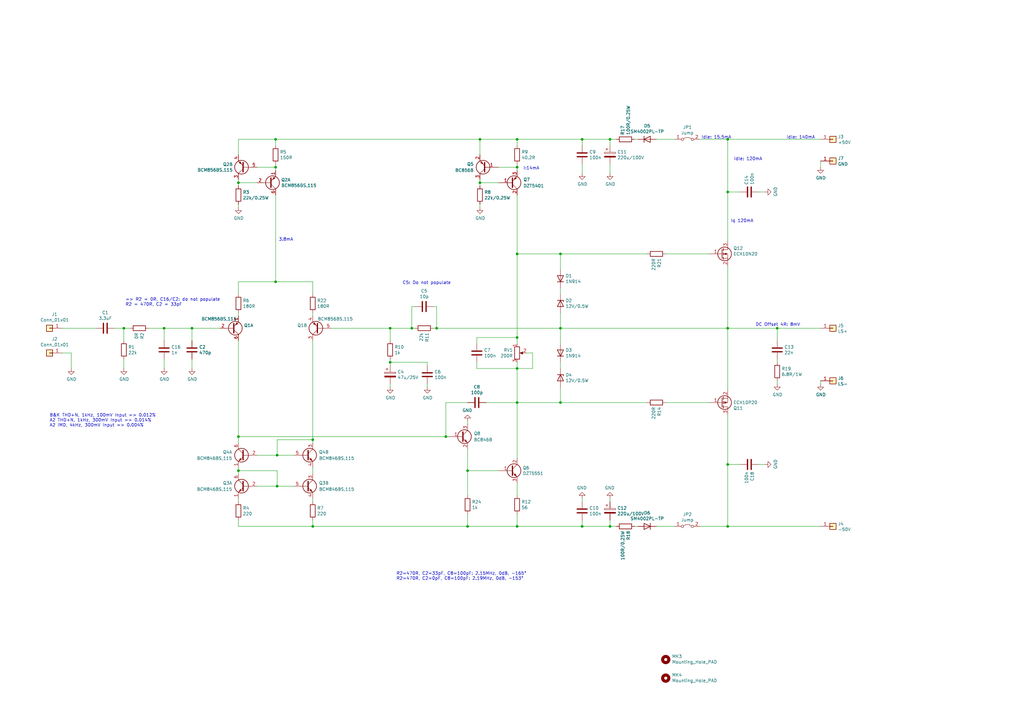
<source format=kicad_sch>
(kicad_sch (version 20211123) (generator eeschema)
  (paper "A3")
  (title_block (title "Lateral MOS FET 80W") (date "2022-12-11") (rev "v5a"))
  (lib_symbols
    (symbol "Connector_Generic:Conn_01x01" (pin_names (offset 1.016) hide)
      (property "Reference" "J" (at 0 2.54 0))
      (property "Value" "Conn_01x01" (at 0 -2.54 0))
      (symbol "Conn_01x01_1_1"
        (rectangle (start -1.27 0.127) (end 0 -0.127) (stroke (width 0.1524)))
        (rectangle (start -1.27 1.27) (end 1.27 -1.27) (stroke (width 0.254)) (fill (type background)))
        (pin passive line (at -5.08 0 0) (length 3.81) (name "Pin_1") (number "1"))
      )
    )
    (symbol "Device:C" (pin_numbers hide) (pin_names (offset 0.254))
      (property "Reference" "C" (at 0.635 2.54 0))
      (property "Value" "C" (at 0.635 -2.54 0))
      (symbol "C_0_1"
        (polyline (pts (xy -2.032 -0.762) (xy 2.032 -0.762)) (stroke (width 0.508)))
        (polyline (pts (xy -2.032 0.762) (xy 2.032 0.762)) (stroke (width 0.508)))
      )
      (symbol "C_1_1"
        (pin passive line (at 0 3.81 270) (length 2.794) (name "~") (number "1"))
        (pin passive line (at 0 -3.81 90) (length 2.794) (name "~") (number "2"))
      )
    )
    (symbol "Device:CP" (pin_numbers hide) (pin_names (offset 0.254))
      (property "Reference" "C" (at 0.635 2.54 0))
      (property "Value" "Device_CP" (at 0.635 -2.54 0))
      (symbol "CP_0_1"
        (rectangle (start -2.286 0.508) (end 2.286 1.016))
        (polyline (pts (xy -1.778 2.286) (xy -0.762 2.286)))
        (polyline (pts (xy -1.27 2.794) (xy -1.27 1.778)))
        (rectangle (start 2.286 -0.508) (end -2.286 -1.016) (fill (type outline)))
      )
      (symbol "CP_1_1"
        (pin passive line (at 0 3.81 270) (length 2.794) (name "~") (number "1"))
        (pin passive line (at 0 -3.81 90) (length 2.794) (name "~") (number "2"))
      )
    )
    (symbol "Device:R" (pin_numbers hide) (pin_names (offset 0))
      (property "Reference" "R" (at 2.032 0 90))
      (property "Value" "R" (at 0 0 90))
      (symbol "R_0_1"
        (rectangle (start -1.016 -2.54) (end 1.016 2.54) (stroke (width 0.254)))
      )
      (symbol "R_1_1"
        (pin passive line (at 0 3.81 270) (length 1.27) (name "~") (number "1"))
        (pin passive line (at 0 -3.81 90) (length 1.27) (name "~") (number "2"))
      )
    )
    (symbol "Device:R_POT" (pin_names (offset 1.016) hide)
      (property "Reference" "RV" (at -4.445 0 90))
      (property "Value" "Device_R_POT" (at -2.54 0 90))
      (symbol "R_POT_0_1"
        (polyline (pts (xy 2.54 0) (xy 1.524 0)))
        (polyline (pts (xy 1.143 0) (xy 2.286 0.508) (xy 2.286 -0.508) (xy 1.143 0)) (fill (type outline)))
        (rectangle (start 1.016 2.54) (end -1.016 -2.54) (stroke (width 0.254)))
      )
      (symbol "R_POT_1_1"
        (pin passive line (at 0 3.81 270) (length 1.27) (name "1") (number "1"))
        (pin passive line (at 3.81 0 180) (length 1.27) (name "2") (number "2"))
        (pin passive line (at 0 -3.81 90) (length 1.27) (name "3") (number "3"))
      )
    )
    (symbol "Diode:1N4002" (pin_numbers hide) (pin_names (offset 1.016) hide)
      (property "Reference" "D" (at 0 2.54 0))
      (property "Value" "1N4002" (at 0 -2.54 0))
      (symbol "1N4002_0_1"
        (polyline (pts (xy -1.27 1.27) (xy -1.27 -1.27)) (stroke (width 0.254)))
        (polyline (pts (xy 1.27 0) (xy -1.27 0)))
        (polyline (pts (xy 1.27 1.27) (xy 1.27 -1.27) (xy -1.27 0) (xy 1.27 1.27)) (stroke (width 0.254)))
      )
      (symbol "1N4002_1_1"
        (pin passive line (at -3.81 0 0) (length 2.54) (name "K") (number "1"))
        (pin passive line (at 3.81 0 180) (length 2.54) (name "A") (number "2"))
      )
    )
    (symbol "Diode:1N4148" (pin_numbers hide) (pin_names (offset 1.016) hide)
      (property "Reference" "D" (at 0 2.54 0))
      (property "Value" "1N4148" (at 0 -2.54 0))
      (symbol "1N4148_0_1"
        (polyline (pts (xy -1.27 1.27) (xy -1.27 -1.27)) (stroke (width 0.254)))
        (polyline (pts (xy 1.27 0) (xy -1.27 0)))
        (polyline (pts (xy 1.27 1.27) (xy 1.27 -1.27) (xy -1.27 0) (xy 1.27 1.27)) (stroke (width 0.254)))
      )
      (symbol "1N4148_1_1"
        (pin passive line (at -3.81 0 0) (length 2.54) (name "K") (number "1"))
        (pin passive line (at 3.81 0 180) (length 2.54) (name "A") (number "2"))
      )
    )
    (symbol "Diode:ZPDxx" (pin_numbers hide) (pin_names (offset 1.016) hide)
      (property "Reference" "D" (at 0 2.54 0))
      (property "Value" "ZPDxx" (at 0 -2.54 0))
      (symbol "ZPDxx_0_1"
        (polyline (pts (xy 1.27 0) (xy -1.27 0)))
        (polyline (pts (xy -1.27 -1.27) (xy -1.27 1.27) (xy -0.762 1.27)) (stroke (width 0.254)))
        (polyline (pts (xy 1.27 -1.27) (xy 1.27 1.27) (xy -1.27 0) (xy 1.27 -1.27)) (stroke (width 0.254)))
      )
      (symbol "ZPDxx_1_1"
        (pin passive line (at -3.81 0 0) (length 2.54) (name "K") (number "1"))
        (pin passive line (at 3.81 0 180) (length 2.54) (name "A") (number "2"))
      )
    )
    (symbol "Jumper:Jumper_2_Bridged" (pin_names (offset 0) hide)
      (property "Reference" "JP" (at 0 1.905 0))
      (property "Value" "Jumper_2_Bridged" (at 0 -2.54 0))
      (symbol "Jumper_2_Bridged_0_0"
        (circle (center -2.032 0) (radius 0.508))
        (circle (center 2.032 0) (radius 0.508))
      )
      (symbol "Jumper_2_Bridged_0_1"
        (arc (start 1.524 0.254) (mid 0 0.762) (end -1.524 0.254))
      )
      (symbol "Jumper_2_Bridged_1_1"
        (pin passive line (at -5.08 0 0) (length 2.54) (name "A") (number "1"))
        (pin passive line (at 5.08 0 180) (length 2.54) (name "B") (number "2"))
      )
    )
    (symbol "Mechanical:MountingHole" (pin_names (offset 1.016))
      (property "Reference" "H" (at 0 5.08 0))
      (property "Value" "MountingHole" (at 0 3.175 0))
      (symbol "MountingHole_0_1"
        (circle (center 0 0) (radius 1.27) (stroke (width 1.27)))
      )
    )
    (symbol "Transistor_BJT:BC846" (pin_names (offset 0) hide)
      (property "Reference" "Q" (at 5.08 1.905 0))
      (property "Value" "BC846" (at 5.08 0 0))
      (symbol "BC846_0_1"
        (polyline (pts (xy 0.635 0.635) (xy 2.54 2.54)))
        (polyline (pts (xy 0.635 -0.635) (xy 2.54 -2.54) (xy 2.54 -2.54)))
        (polyline (pts (xy 0.635 1.905) (xy 0.635 -1.905) (xy 0.635 -1.905)) (stroke (width 0.508)))
        (polyline (pts (xy 1.27 -1.778) (xy 1.778 -1.27) (xy 2.286 -2.286) (xy 1.27 -1.778) (xy 1.27 -1.778)) (fill (type outline)))
        (circle (center 1.27 0) (radius 2.8194) (stroke (width 0.254)))
      )
      (symbol "BC846_1_1"
        (pin input line (at -5.08 0 0) (length 5.715) (name "B") (number "1"))
        (pin passive line (at 2.54 -5.08 90) (length 2.54) (name "E") (number "2"))
        (pin passive line (at 2.54 5.08 270) (length 2.54) (name "C") (number "3"))
      )
    )
    (symbol "Transistor_BJT:BC846BDW1" (pin_names (offset 0) hide)
      (property "Reference" "Q" (at 5.08 1.27 0))
      (property "Value" "BC846BDW1" (at 5.08 -1.27 0))
      (symbol "BC846BDW1_0_1"
        (polyline (pts (xy 0.635 0) (xy -2.54 0)))
        (polyline (pts (xy 0.635 0.635) (xy 2.54 2.54)))
        (polyline (pts (xy 0.635 -0.635) (xy 2.54 -2.54) (xy 2.54 -2.54)))
        (polyline (pts (xy 0.635 1.905) (xy 0.635 -1.905) (xy 0.635 -1.905)) (stroke (width 0.508)))
        (polyline (pts (xy 1.27 -1.778) (xy 1.778 -1.27) (xy 2.286 -2.286) (xy 1.27 -1.778) (xy 1.27 -1.778)) (fill (type outline)))
        (circle (center 1.27 0) (radius 2.8194) (stroke (width 0.254)))
      )
      (symbol "BC846BDW1_1_1"
        (pin passive line (at 2.54 -5.08 90) (length 2.54) (name "E1") (number "1"))
        (pin input line (at -5.08 0 0) (length 2.54) (name "B1") (number "2"))
        (pin passive line (at 2.54 5.08 270) (length 2.54) (name "C1") (number "6"))
      )
      (symbol "BC846BDW1_2_1"
        (pin passive line (at 2.54 5.08 270) (length 2.54) (name "C2") (number "3"))
        (pin passive line (at 2.54 -5.08 90) (length 2.54) (name "E2") (number "4"))
        (pin input line (at -5.08 0 0) (length 2.54) (name "B2") (number "5"))
      )
    )
    (symbol "Transistor_BJT:BC856" (pin_names (offset 0) hide)
      (property "Reference" "Q" (at 5.08 1.905 0))
      (property "Value" "BC856" (at 5.08 0 0))
      (symbol "BC856_0_1"
        (polyline (pts (xy 0.635 0.635) (xy 2.54 2.54)))
        (polyline (pts (xy 0.635 -0.635) (xy 2.54 -2.54) (xy 2.54 -2.54)))
        (polyline (pts (xy 0.635 1.905) (xy 0.635 -1.905) (xy 0.635 -1.905)) (stroke (width 0.508)))
        (polyline (pts (xy 2.286 -1.778) (xy 1.778 -2.286) (xy 1.27 -1.27) (xy 2.286 -1.778) (xy 2.286 -1.778)) (fill (type outline)))
        (circle (center 1.27 0) (radius 2.8194) (stroke (width 0.254)))
      )
      (symbol "BC856_1_1"
        (pin input line (at -5.08 0 0) (length 5.715) (name "B") (number "1"))
        (pin passive line (at 2.54 -5.08 90) (length 2.54) (name "E") (number "2"))
        (pin passive line (at 2.54 5.08 270) (length 2.54) (name "C") (number "3"))
      )
    )
    (symbol "Transistor_BJT:BC856BS" (pin_names (offset 0) hide)
      (property "Reference" "Q" (at 5.08 1.27 0))
      (property "Value" "BC856BS" (at 5.08 -1.27 0))
      (symbol "BC856BS_0_1"
        (polyline (pts (xy 0.635 0) (xy -2.54 0)))
        (polyline (pts (xy 0.635 0.635) (xy 2.54 2.54)))
        (polyline (pts (xy 0.635 -0.635) (xy 2.54 -2.54) (xy 2.54 -2.54)))
        (polyline (pts (xy 0.635 1.905) (xy 0.635 -1.905) (xy 0.635 -1.905)) (stroke (width 0.508)))
        (polyline (pts (xy 2.286 -1.778) (xy 1.778 -2.286) (xy 1.27 -1.27) (xy 2.286 -1.778) (xy 2.286 -1.778)) (fill (type outline)))
        (circle (center 1.27 0) (radius 2.8194) (stroke (width 0.254)))
      )
      (symbol "BC856BS_1_1"
        (pin passive line (at 2.54 -5.08 90) (length 2.54) (name "E1") (number "1"))
        (pin input line (at -5.08 0 0) (length 2.54) (name "B1") (number "2"))
        (pin passive line (at 2.54 5.08 270) (length 2.54) (name "C1") (number "6"))
      )
      (symbol "BC856BS_2_1"
        (pin passive line (at 2.54 5.08 270) (length 2.54) (name "C2") (number "3"))
        (pin passive line (at 2.54 -5.08 90) (length 2.54) (name "E2") (number "4"))
        (pin input line (at -5.08 0 0) (length 2.54) (name "B2") (number "5"))
      )
    )
    (symbol "kicad-snk:DZT5401" (pin_names (offset 0) hide)
      (property "Reference" "Q" (at 5.08 1.905 0))
      (property "Value" "DZT5401" (at 5.08 0 0))
      (symbol "DZT5401_0_1"
        (polyline (pts (xy 0.635 0.635) (xy 2.54 2.54)))
        (polyline (pts (xy 0.635 -0.635) (xy 2.54 -2.54) (xy 2.54 -2.54)))
        (polyline (pts (xy 0.635 1.905) (xy 0.635 -1.905) (xy 0.635 -1.905)) (stroke (width 0.508)))
        (polyline (pts (xy 2.286 -1.778) (xy 1.778 -2.286) (xy 1.27 -1.27) (xy 2.286 -1.778) (xy 2.286 -1.778)) (fill (type outline)))
        (circle (center 1.27 0) (radius 2.8194) (stroke (width 0.254)))
      )
      (symbol "DZT5401_1_1"
        (pin input line (at -5.08 0 0) (length 5.715) (name "B") (number "1"))
        (pin passive line (at 2.54 5.08 270) (length 2.54) (name "C") (number "2"))
        (pin passive line (at 2.54 -5.08 90) (length 2.54) (name "E") (number "3"))
      )
    )
    (symbol "kicad-snk:DZT5551" (pin_names (offset 0) hide)
      (property "Reference" "Q" (at 5.08 1.905 0))
      (property "Value" "kicad-snk_DZT5551" (at 5.08 0 0))
      (symbol "DZT5551_0_1"
        (polyline (pts (xy 0.635 0.635) (xy 2.54 2.54)))
        (polyline (pts (xy 0.635 -0.635) (xy 2.54 -2.54) (xy 2.54 -2.54)))
        (polyline (pts (xy 0.635 1.905) (xy 0.635 -1.905) (xy 0.635 -1.905)) (stroke (width 0.508)))
        (polyline (pts (xy 1.27 -1.778) (xy 1.778 -1.27) (xy 2.286 -2.286) (xy 1.27 -1.778) (xy 1.27 -1.778)) (fill (type outline)))
        (circle (center 1.27 0) (radius 2.8194) (stroke (width 0.254)))
      )
      (symbol "DZT5551_1_1"
        (pin input line (at -5.08 0 0) (length 5.715) (name "B") (number "1"))
        (pin passive line (at 2.54 5.08 270) (length 2.54) (name "C") (number "2"))
        (pin passive line (at 2.54 -5.08 90) (length 2.54) (name "E") (number "3"))
      )
    )
    (symbol "kicad-snk:Q_NMOS_GSD" (pin_names (offset 0) hide)
      (property "Reference" "Q" (at 7.62 1.27 0))
      (property "Value" "kicad-snk_Q_NMOS_GSD" (at 16.51 -1.27 0))
      (symbol "Q_NMOS_GSD_0_1"
        (polyline (pts (xy 0.762 -1.778) (xy 2.54 -1.778)))
        (polyline (pts (xy 0.762 -1.27) (xy 0.762 -2.286)) (stroke (width 0.254)))
        (polyline (pts (xy 0.762 0) (xy 2.54 0)))
        (polyline (pts (xy 0.762 0.508) (xy 0.762 -0.508)) (stroke (width 0.254)))
        (polyline (pts (xy 0.762 1.778) (xy 2.54 1.778)))
        (polyline (pts (xy 0.762 2.286) (xy 0.762 1.27)) (stroke (width 0.254)))
        (polyline (pts (xy 2.54 -1.778) (xy 2.54 -2.54)))
        (polyline (pts (xy 2.54 -1.778) (xy 2.54 0)))
        (polyline (pts (xy 2.54 2.54) (xy 2.54 1.778)))
        (polyline (pts (xy 0.254 1.905) (xy 0.254 -1.905) (xy 0.254 -1.905)) (stroke (width 0.254)))
        (polyline (pts (xy 1.016 0) (xy 2.032 0.381) (xy 2.032 -0.381) (xy 1.016 0)) (fill (type outline)))
        (circle (center 1.27 0) (radius 2.8194) (stroke (width 0.254)))
      )
      (symbol "Q_NMOS_GSD_1_1"
        (pin input line (at -5.08 0 0) (length 5.334) (name "G") (number "1"))
        (pin passive line (at 2.54 -5.08 90) (length 2.54) (name "S") (number "2"))
        (pin passive line (at 2.54 5.08 270) (length 2.54) (name "D") (number "3"))
      )
    )
    (symbol "kicad-snk:Q_PMOS_GSD" (pin_names (offset 0) hide)
      (property "Reference" "Q" (at 7.62 1.27 0))
      (property "Value" "kicad-snk_Q_PMOS_GSD" (at 16.51 -1.27 0))
      (symbol "Q_PMOS_GSD_0_1"
        (polyline (pts (xy 0.762 -1.778) (xy 2.54 -1.778)))
        (polyline (pts (xy 0.762 -1.27) (xy 0.762 -2.286)) (stroke (width 0.254)))
        (polyline (pts (xy 0.762 0) (xy 2.54 0)))
        (polyline (pts (xy 0.762 0.508) (xy 0.762 -0.508)) (stroke (width 0.254)))
        (polyline (pts (xy 0.762 1.778) (xy 2.54 1.778)))
        (polyline (pts (xy 0.762 2.286) (xy 0.762 1.27)) (stroke (width 0.254)))
        (polyline (pts (xy 2.54 -1.778) (xy 2.54 -2.54)))
        (polyline (pts (xy 2.54 -1.778) (xy 2.54 0)))
        (polyline (pts (xy 2.54 2.54) (xy 2.54 1.778)))
        (polyline (pts (xy 0.254 1.905) (xy 0.254 -1.905) (xy 0.254 -1.905)) (stroke (width 0.254)))
        (polyline (pts (xy 2.286 0) (xy 1.27 -0.381) (xy 1.27 0.381) (xy 2.286 0)) (fill (type outline)))
        (circle (center 1.27 0) (radius 2.8194) (stroke (width 0.254)))
      )
      (symbol "Q_PMOS_GSD_1_1"
        (pin input line (at -5.08 0 0) (length 5.334) (name "G") (number "1"))
        (pin passive line (at 2.54 -5.08 90) (length 2.54) (name "D") (number "2"))
        (pin passive line (at 2.54 5.08 270) (length 2.54) (name "S") (number "3"))
      )
    )
    (symbol "power:GND" (power) (pin_names (offset 0))
      (property "Value" "GND" (at 0 -3.81 0))
      (symbol "GND_0_1"
        (polyline (pts (xy 0 0) (xy 0 -1.27) (xy 1.27 -1.27) (xy 0 -2.54) (xy -1.27 -1.27) (xy 0 -1.27)))
      )
      (symbol "GND_1_1"
        (pin power_in line (at 0 0 270) (length 0) hide (name "GND") (number "1"))
      )
    )
  )
  (junction (at 229.87 165.1))
  (junction (at 191.77 215.9))
  (junction (at 212.09 68.58))
  (junction (at 229.87 104.14))
  (junction (at 212.09 165.1))
  (junction (at 229.87 134.62))
  (junction (at 78.74 134.62))
  (junction (at 191.77 193.04))
  (junction (at 67.31 134.62))
  (junction (at 318.77 134.62))
  (junction (at 212.09 215.9))
  (junction (at 196.85 74.93))
  (junction (at 97.79 193.04))
  (junction (at 113.665 186.69))
  (junction (at 113.03 115.57))
  (junction (at 50.8 134.62))
  (junction (at 212.09 138.43))
  (junction (at 113.03 57.15))
  (junction (at 97.79 179.07))
  (junction (at 212.09 151.13))
  (junction (at 238.76 57.15))
  (junction (at 113.665 199.39))
  (junction (at 238.76 215.9))
  (junction (at 298.45 190.5))
  (junction (at 250.19 57.15))
  (junction (at 160.02 134.62))
  (junction (at 128.27 215.9))
  (junction (at 179.07 134.62))
  (junction (at 168.91 134.62))
  (junction (at 298.45 134.62))
  (junction (at 113.03 68.58))
  (junction (at 212.09 57.15))
  (junction (at 182.88 179.07))
  (junction (at 298.45 57.15))
  (junction (at 212.09 104.14))
  (junction (at 97.79 74.93))
  (junction (at 128.27 180.34))
  (junction (at 196.85 57.15))
  (junction (at 160.02 148.59))
  (junction (at 250.19 215.9))
  (junction (at 298.45 78.74))
  (junction (at 298.45 215.9))
  (wire (pts (xy 212.09 68.58) (xy 212.09 69.85)))
  (wire (pts (xy 29.21 144.78) (xy 25.4 144.78)))
  (wire (pts (xy 196.85 73.66) (xy 196.85 74.93)))
  (wire (pts (xy 128.27 115.57) (xy 113.03 115.57)))
  (wire (pts (xy 218.44 151.13) (xy 218.44 144.78)))
  (wire (pts (xy 128.27 139.7) (xy 128.27 180.34)))
  (wire (pts (xy 168.91 125.73) (xy 168.91 134.62)))
  (wire (pts (xy 175.26 148.59) (xy 160.02 148.59)))
  (wire (pts (xy 298.45 215.9) (xy 298.45 190.5)))
  (wire (pts (xy 212.09 165.1) (xy 229.87 165.1)))
  (wire (pts (xy 113.03 57.15) (xy 196.85 57.15)))
  (wire (pts (xy 212.09 210.82) (xy 212.09 215.9)))
  (wire (pts (xy 170.18 125.73) (xy 168.91 125.73)))
  (wire (pts (xy 196.85 57.15) (xy 196.85 63.5)))
  (wire (pts (xy 175.26 149.86) (xy 175.26 148.59)))
  (wire (pts (xy 212.09 57.15) (xy 238.76 57.15)))
  (wire (pts (xy 229.87 110.49) (xy 229.87 104.14)))
  (wire (pts (xy 105.41 199.39) (xy 113.665 199.39)))
  (wire (pts (xy 191.77 184.15) (xy 191.77 193.04)))
  (wire (pts (xy 238.76 57.15) (xy 238.76 59.69)))
  (wire (pts (xy 113.03 115.57) (xy 97.79 115.57)))
  (wire (pts (xy 25.4 134.62) (xy 39.37 134.62)))
  (wire (pts (xy 105.41 68.58) (xy 113.03 68.58)))
  (wire (pts (xy 229.87 128.27) (xy 229.87 134.62)))
  (wire (pts (xy 238.76 67.31) (xy 238.76 71.12)))
  (wire (pts (xy 303.53 78.74) (xy 298.45 78.74)))
  (wire (pts (xy 128.27 180.34) (xy 128.27 181.61)))
  (wire (pts (xy 303.53 190.5) (xy 298.45 190.5)))
  (wire (pts (xy 113.665 199.39) (xy 120.65 199.39)))
  (wire (pts (xy 97.79 74.93) (xy 105.41 74.93)))
  (wire (pts (xy 191.77 172.72) (xy 191.77 173.99)))
  (wire (pts (xy 250.19 57.15) (xy 250.19 59.69)))
  (wire (pts (xy 298.45 99.06) (xy 298.45 78.74)))
  (wire (pts (xy 196.85 74.93) (xy 196.85 76.2)))
  (wire (pts (xy 160.02 148.59) (xy 160.02 147.32)))
  (wire (pts (xy 105.41 186.69) (xy 113.665 186.69)))
  (wire (pts (xy 196.85 57.15) (xy 212.09 57.15)))
  (wire (pts (xy 113.665 193.04) (xy 113.665 199.39)))
  (wire (pts (xy 212.09 151.13) (xy 218.44 151.13)))
  (wire (pts (xy 196.85 74.93) (xy 204.47 74.93)))
  (wire (pts (xy 78.74 134.62) (xy 90.17 134.62)))
  (wire (pts (xy 182.88 179.07) (xy 184.15 179.07)))
  (wire (pts (xy 298.45 109.22) (xy 298.45 134.62)))
  (wire (pts (xy 97.79 139.7) (xy 97.79 179.07)))
  (wire (pts (xy 212.09 138.43) (xy 212.09 140.97)))
  (wire (pts (xy 97.79 204.47) (xy 97.79 205.74)))
  (wire (pts (xy 261.62 57.15) (xy 260.35 57.15)))
  (wire (pts (xy 78.74 139.7) (xy 78.74 134.62)))
  (wire (pts (xy 191.77 215.9) (xy 212.09 215.9)))
  (wire (pts (xy 273.05 165.1) (xy 290.83 165.1)))
  (wire (pts (xy 128.27 215.9) (xy 191.77 215.9)))
  (wire (pts (xy 212.09 151.13) (xy 212.09 165.1)))
  (wire (pts (xy 182.88 165.1) (xy 182.88 179.07)))
  (wire (pts (xy 229.87 158.75) (xy 229.87 165.1)))
  (wire (pts (xy 212.09 57.15) (xy 212.09 59.69)))
  (wire (pts (xy 212.09 165.1) (xy 212.09 187.96)))
  (wire (pts (xy 191.77 165.1) (xy 182.88 165.1)))
  (wire (pts (xy 128.27 128.27) (xy 128.27 129.54)))
  (wire (pts (xy 336.55 66.04) (xy 336.55 68.58)))
  (wire (pts (xy 67.31 134.62) (xy 67.31 139.7)))
  (wire (pts (xy 97.79 73.66) (xy 97.79 74.93)))
  (wire (pts (xy 97.79 57.15) (xy 113.03 57.15)))
  (wire (pts (xy 298.45 78.74) (xy 298.45 57.15)))
  (wire (pts (xy 97.79 57.15) (xy 97.79 63.5)))
  (wire (pts (xy 204.47 68.58) (xy 212.09 68.58)))
  (wire (pts (xy 196.85 83.82) (xy 196.85 85.09)))
  (wire (pts (xy 298.45 170.18) (xy 298.45 190.5)))
  (wire (pts (xy 229.87 104.14) (xy 265.43 104.14)))
  (wire (pts (xy 318.77 139.7) (xy 318.77 134.62)))
  (wire (pts (xy 78.74 151.13) (xy 78.74 147.32)))
  (wire (pts (xy 287.02 57.15) (xy 298.45 57.15)))
  (wire (pts (xy 50.8 151.13) (xy 50.8 147.32)))
  (wire (pts (xy 318.77 157.48) (xy 318.77 156.21)))
  (wire (pts (xy 97.79 179.07) (xy 97.79 181.61)))
  (wire (pts (xy 97.79 128.27) (xy 97.79 129.54)))
  (wire (pts (xy 195.58 140.97) (xy 195.58 138.43)))
  (wire (pts (xy 67.31 134.62) (xy 78.74 134.62)))
  (wire (pts (xy 273.05 104.14) (xy 290.83 104.14)))
  (wire (pts (xy 313.69 78.74) (xy 311.15 78.74)))
  (wire (pts (xy 97.79 213.36) (xy 97.79 215.9)))
  (wire (pts (xy 250.19 215.9) (xy 238.76 215.9)))
  (wire (pts (xy 179.07 134.62) (xy 179.07 125.73)))
  (wire (pts (xy 250.19 213.36) (xy 250.19 215.9)))
  (wire (pts (xy 113.03 57.15) (xy 113.03 59.69)))
  (wire (pts (xy 212.09 198.12) (xy 212.09 203.2)))
  (wire (pts (xy 97.79 193.04) (xy 97.79 194.31)))
  (wire (pts (xy 269.24 215.9) (xy 276.86 215.9)))
  (wire (pts (xy 160.02 134.62) (xy 160.02 139.7)))
  (wire (pts (xy 318.77 148.59) (xy 318.77 147.32)))
  (wire (pts (xy 113.665 186.69) (xy 113.665 180.34)))
  (wire (pts (xy 212.09 148.59) (xy 212.09 151.13)))
  (wire (pts (xy 97.79 83.82) (xy 97.79 85.09)))
  (wire (pts (xy 160.02 149.86) (xy 160.02 148.59)))
  (wire (pts (xy 175.26 158.75) (xy 175.26 157.48)))
  (wire (pts (xy 298.45 57.15) (xy 336.55 57.15)))
  (wire (pts (xy 50.8 139.7) (xy 50.8 134.62)))
  (wire (pts (xy 128.27 115.57) (xy 128.27 120.65)))
  (wire (pts (xy 97.79 191.77) (xy 97.79 193.04)))
  (wire (pts (xy 336.55 134.62) (xy 318.77 134.62)))
  (wire (pts (xy 113.665 186.69) (xy 120.65 186.69)))
  (wire (pts (xy 252.73 57.15) (xy 250.19 57.15)))
  (wire (pts (xy 128.27 191.77) (xy 128.27 194.31)))
  (wire (pts (xy 191.77 193.04) (xy 204.47 193.04)))
  (wire (pts (xy 195.58 148.59) (xy 195.58 151.13)))
  (wire (pts (xy 199.39 165.1) (xy 212.09 165.1)))
  (wire (pts (xy 179.07 134.62) (xy 229.87 134.62)))
  (wire (pts (xy 128.27 213.36) (xy 128.27 215.9)))
  (wire (pts (xy 250.19 67.31) (xy 250.19 71.12)))
  (wire (pts (xy 97.79 115.57) (xy 97.79 120.65)))
  (wire (pts (xy 318.77 134.62) (xy 298.45 134.62)))
  (wire (pts (xy 46.99 134.62) (xy 50.8 134.62)))
  (wire (pts (xy 97.79 215.9) (xy 128.27 215.9)))
  (wire (pts (xy 229.87 151.13) (xy 229.87 148.59)))
  (wire (pts (xy 212.09 67.31) (xy 212.09 68.58)))
  (wire (pts (xy 67.31 147.32) (xy 67.31 151.13)))
  (wire (pts (xy 238.76 205.74) (xy 238.76 204.47)))
  (wire (pts (xy 191.77 210.82) (xy 191.77 215.9)))
  (wire (pts (xy 160.02 158.75) (xy 160.02 157.48)))
  (wire (pts (xy 60.96 134.62) (xy 67.31 134.62)))
  (wire (pts (xy 313.69 190.5) (xy 311.15 190.5)))
  (wire (pts (xy 195.58 151.13) (xy 212.09 151.13)))
  (wire (pts (xy 97.79 193.04) (xy 113.665 193.04)))
  (wire (pts (xy 113.03 67.31) (xy 113.03 68.58)))
  (wire (pts (xy 113.03 80.01) (xy 113.03 115.57)))
  (wire (pts (xy 215.9 144.78) (xy 218.44 144.78)))
  (wire (pts (xy 212.09 80.01) (xy 212.09 104.14)))
  (wire (pts (xy 212.09 138.43) (xy 212.09 104.14)))
  (wire (pts (xy 229.87 165.1) (xy 265.43 165.1)))
  (wire (pts (xy 261.62 215.9) (xy 260.35 215.9)))
  (wire (pts (xy 298.45 215.9) (xy 336.55 215.9)))
  (wire (pts (xy 250.19 204.47) (xy 250.19 205.74)))
  (wire (pts (xy 212.09 104.14) (xy 229.87 104.14)))
  (wire (pts (xy 287.02 215.9) (xy 298.45 215.9)))
  (wire (pts (xy 269.24 57.15) (xy 276.86 57.15)))
  (wire (pts (xy 229.87 140.97) (xy 229.87 134.62)))
  (wire (pts (xy 53.34 134.62) (xy 50.8 134.62)))
  (wire (pts (xy 29.21 151.13) (xy 29.21 144.78)))
  (wire (pts (xy 168.91 134.62) (xy 160.02 134.62)))
  (wire (pts (xy 177.8 134.62) (xy 179.07 134.62)))
  (wire (pts (xy 170.18 134.62) (xy 168.91 134.62)))
  (wire (pts (xy 179.07 125.73) (xy 177.8 125.73)))
  (wire (pts (xy 135.89 134.62) (xy 160.02 134.62)))
  (wire (pts (xy 128.27 204.47) (xy 128.27 205.74)))
  (wire (pts (xy 212.09 215.9) (xy 238.76 215.9)))
  (wire (pts (xy 97.79 74.93) (xy 97.79 76.2)))
  (wire (pts (xy 195.58 138.43) (xy 212.09 138.43)))
  (wire (pts (xy 113.03 68.58) (xy 113.03 69.85)))
  (wire (pts (xy 238.76 213.36) (xy 238.76 215.9)))
  (wire (pts (xy 229.87 134.62) (xy 298.45 134.62)))
  (wire (pts (xy 191.77 193.04) (xy 191.77 203.2)))
  (wire (pts (xy 229.87 120.65) (xy 229.87 118.11)))
  (wire (pts (xy 113.665 180.34) (xy 128.27 180.34)))
  (wire (pts (xy 250.19 57.15) (xy 238.76 57.15)))
  (wire (pts (xy 252.73 215.9) (xy 250.19 215.9)))
  (wire (pts (xy 298.45 134.62) (xy 298.45 160.02)))
  (wire (pts (xy 336.55 157.48) (xy 336.55 156.21)))
  (wire (pts (xy 97.79 179.07) (xy 182.88 179.07)))
  (text "B&K THD+N, 1kHz, 100mV Input => 0.012%\nA2 THD+N, 1kHz, 300mV Input => 0.014%\nA2 IMD, 4kHz, 300mV Input => 0.004%" (at 20.32 175.26 0) (effects (font (size 1.27 1.27)) (justify left bottom)))
  (text "Idle: 120mA" (at 300.99 66.04 0) (effects (font (size 1.27 1.27)) (justify left bottom)))
  (text "Iq 120mA" (at 299.72 91.44 0) (effects (font (size 1.27 1.27)) (justify left bottom)))
  (text "Idle: 15.5mA" (at 287.655 57.15 0) (effects (font (size 1.27 1.27)) (justify left bottom)))
  (text "R2=470R, C2=33pF, C8=100pF: 2.15MHz, 0dB, -165°\nR2=470R, C2=0pF, C8=100pF: 2.19MHz, 0dB, -153°" (at 162.56 238.125 0) (effects (font (size 1.27 1.27)) (justify left bottom)))
  (text "Idle: 140mA" (at 322.58 57.15 0) (effects (font (size 1.27 1.27)) (justify left bottom)))
  (text "C5: Do not populate" (at 165.1 116.84 0) (effects (font (size 1.27 1.27)) (justify left bottom)))
  (text "DC Offset 4R: 8mV" (at 309.88 133.985 0) (effects (font (size 1.27 1.27)) (justify left bottom)))
  (text "3.8mA" (at 114.3 99.06 0) (effects (font (size 1.27 1.27)) (justify left bottom)))
  (text "I:14mA" (at 214.63 69.85 0) (effects (font (size 1.27 1.27)) (justify left bottom)))
  (text "=> R2 = 0R, C16/C2: do not populate\nR2 = 470R, C2 = 33pF" (at 51.435 125.73 0) (effects (font (size 1.27 1.27)) (justify left bottom)))
  (symbol (lib_id "Device:R") (at 57.15 134.62 270) (unit 1)
    (property "Reference" "R2" (at 58.3184 136.398 0) (effects (justify left)))
    (property "Value" "0R" (at 56.007 136.398 0) (effects (justify left)))
    (property "Footprint" "Resistor_SMD:R_0805_2012Metric_Pad1.20x1.40mm_HandSolder" (effects hide))
  )
  (symbol (lib_id "Device:C") (at 78.74 143.51 0) (unit 1)
    (property "Reference" "C2" (at 81.661 142.3416 0) (effects (justify left)))
    (property "Value" "470p" (at 81.661 144.653 0) (effects (justify left)))
    (property "Footprint" "Capacitor_SMD:C_0805_2012Metric_Pad1.18x1.45mm_HandSolder" (effects hide))
  )
  (symbol (lib_id "Device:C") (at 43.18 134.62 270) (unit 1)
    (property "Reference" "C1" (at 43.18 128.2192 90))
    (property "Value" "3.3uF" (at 43.18 130.5306 90))
    (property "Footprint" "Capacitor_THT:C_Rect_L7.2mm_W7.2mm_P5.00mm_FKS2_FKP2_MKS2_MKP2" (effects hide))
  )
  (symbol (lib_id "power:GND") (at 50.8 151.13 0) (unit 1)
    (property "Reference" "#PWR0101" (effects hide))
    (property "Value" "GND" (at 50.927 155.5242 0))
  )
  (symbol (lib_id "Device:R") (at 50.8 143.51 0) (unit 1)
    (property "Reference" "R1" (at 52.578 142.3416 0) (effects (justify left)))
    (property "Value" "22k" (at 52.578 144.653 0) (effects (justify left)))
    (property "Footprint" "Resistor_SMD:R_0805_2012Metric_Pad1.20x1.40mm_HandSolder" (effects hide))
  )
  (symbol (lib_id "power:GND") (at 29.21 151.13 0) (unit 1)
    (property "Reference" "#PWR0102" (effects hide))
    (property "Value" "GND" (at 29.337 155.5242 0))
  )
  (symbol (lib_id "Connector_Generic:Conn_01x01") (at 20.32 134.62 180) (unit 1)
    (property "Reference" "J1" (at 22.4028 128.905 0))
    (property "Value" "Conn_01x01" (at 22.4028 131.2164 0))
    (property "Footprint" "Connector_Pin:Pin_D1.0mm_L10.0mm" (effects hide))
  )
  (symbol (lib_id "Connector_Generic:Conn_01x01") (at 20.32 144.78 180) (unit 1)
    (property "Reference" "J2" (at 22.4028 139.065 0))
    (property "Value" "Conn_01x01" (at 22.4028 141.3764 0))
    (property "Footprint" "Connector_Pin:Pin_D1.0mm_L10.0mm" (effects hide))
  )
  (symbol (lib_id "Device:R") (at 97.79 124.46 0) (unit 1)
    (property "Reference" "R6" (at 99.568 123.2916 0) (effects (justify left)))
    (property "Value" "180R" (at 99.568 125.603 0) (effects (justify left)))
    (property "Footprint" "Resistor_SMD:R_0805_2012Metric_Pad1.20x1.40mm_HandSolder" (effects hide))
  )
  (symbol (lib_id "Device:R") (at 97.79 80.01 0) (unit 1)
    (property "Reference" "R3" (at 99.568 78.8416 0) (effects (justify left)))
    (property "Value" "22k/0.25W" (at 99.568 81.153 0) (effects (justify left)))
    (property "Footprint" "Resistor_SMD:R_0805_2012Metric_Pad1.20x1.40mm_HandSolder" (effects hide))
  )
  (symbol (lib_id "power:GND") (at 97.79 85.09 0) (unit 1)
    (property "Reference" "#PWR0103" (effects hide))
    (property "Value" "GND" (at 97.917 89.4842 0))
  )
  (symbol (lib_id "Device:R") (at 113.03 63.5 0) (unit 1)
    (property "Reference" "R5" (at 114.808 62.3316 0) (effects (justify left)))
    (property "Value" "150R" (at 114.808 64.643 0) (effects (justify left)))
    (property "Footprint" "Resistor_SMD:R_0805_2012Metric_Pad1.20x1.40mm_HandSolder" (effects hide))
  )
  (symbol (lib_id "Device:CP") (at 160.02 153.67 0) (unit 1)
    (property "Reference" "C4" (at 163.0172 152.5016 0) (effects (justify left)))
    (property "Value" "47u/25V" (at 163.0172 154.813 0) (effects (justify left)))
    (property "Footprint" "Capacitor_THT:CP_Radial_D5.0mm_P2.00mm" (effects hide))
  )
  (symbol (lib_id "Device:C") (at 175.26 153.67 0) (unit 1)
    (property "Reference" "C6" (at 178.181 152.5016 0) (effects (justify left)))
    (property "Value" "100n" (at 178.181 154.813 0) (effects (justify left)))
    (property "Footprint" "Capacitor_THT:C_Rect_L7.2mm_W2.5mm_P5.00mm_FKS2_FKP2_MKS2_MKP2" (effects hide))
  )
  (symbol (lib_id "Device:R") (at 160.02 143.51 0) (unit 1)
    (property "Reference" "R10" (at 161.798 142.3416 0) (effects (justify left)))
    (property "Value" "1k" (at 161.798 144.653 0) (effects (justify left)))
    (property "Footprint" "Resistor_SMD:R_0805_2012Metric_Pad1.20x1.40mm_HandSolder" (effects hide))
  )
  (symbol (lib_id "Device:R") (at 128.27 209.55 0) (unit 1)
    (property "Reference" "R7" (at 130.048 208.3816 0) (effects (justify left)))
    (property "Value" "220" (at 130.048 210.693 0) (effects (justify left)))
    (property "Footprint" "Resistor_SMD:R_0805_2012Metric_Pad1.20x1.40mm_HandSolder" (effects hide))
  )
  (symbol (lib_id "Device:R") (at 97.79 209.55 0) (unit 1)
    (property "Reference" "R4" (at 99.568 208.3816 0) (effects (justify left)))
    (property "Value" "220" (at 99.568 210.693 0) (effects (justify left)))
    (property "Footprint" "Resistor_SMD:R_0805_2012Metric_Pad1.20x1.40mm_HandSolder" (effects hide))
  )
  (symbol (lib_id "power:GND") (at 78.74 151.13 0) (unit 1)
    (property "Reference" "#PWR0104" (effects hide))
    (property "Value" "GND" (at 78.867 155.5242 0))
  )
  (symbol (lib_id "Device:R") (at 173.99 134.62 270) (unit 1)
    (property "Reference" "R11" (at 175.1584 136.398 0) (effects (justify left)))
    (property "Value" "22k" (at 172.847 136.398 0) (effects (justify left)))
    (property "Footprint" "Resistor_SMD:R_0805_2012Metric_Pad1.20x1.40mm_HandSolder" (effects hide))
  )
  (symbol (lib_id "Device:C") (at 173.99 125.73 270) (unit 1)
    (property "Reference" "C5" (at 173.99 119.3292 90))
    (property "Value" "10p" (at 173.99 121.6406 90))
    (property "Footprint" "Capacitor_SMD:C_0805_2012Metric_Pad1.18x1.45mm_HandSolder" (effects hide))
  )
  (symbol (lib_id "Connector_Generic:Conn_01x01") (at 341.63 57.15 0) (unit 1)
    (property "Reference" "J3" (at 343.662 56.0832 0) (effects (justify left)))
    (property "Value" "+50V" (at 343.662 58.3946 0) (effects (justify left)))
    (property "Footprint" "kicad-snk:TE-726386-2_Pitch5.08mm_Drill1.3mm" (effects hide))
  )
  (symbol (lib_id "Connector_Generic:Conn_01x01") (at 341.63 215.9 0) (unit 1)
    (property "Reference" "J4" (at 343.662 214.8332 0) (effects (justify left)))
    (property "Value" "-50V" (at 343.662 217.1446 0) (effects (justify left)))
    (property "Footprint" "kicad-snk:TE-726386-2_Pitch5.08mm_Drill1.3mm" (effects hide))
  )
  (symbol (lib_id "power:GND") (at 318.77 157.48 0) (unit 1)
    (property "Reference" "#PWR0109" (effects hide))
    (property "Value" "GND" (at 318.897 161.8742 0))
  )
  (symbol (lib_id "Connector_Generic:Conn_01x01") (at 341.63 156.21 0) (unit 1)
    (property "Reference" "J6" (at 343.662 155.1432 0) (effects (justify left)))
    (property "Value" "LS-" (at 343.662 157.4546 0) (effects (justify left)))
    (property "Footprint" "kicad-snk:TE-726386-2_Pitch5.08mm_Drill1.3mm" (effects hide))
  )
  (symbol (lib_id "Connector_Generic:Conn_01x01") (at 341.63 134.62 0) (unit 1)
    (property "Reference" "J5" (at 343.662 133.5532 0) (effects (justify left)))
    (property "Value" "LS+" (at 343.662 135.8646 0) (effects (justify left)))
    (property "Footprint" "kicad-snk:TE-726386-2_Pitch5.08mm_Drill1.3mm" (effects hide))
  )
  (symbol (lib_id "power:GND") (at 336.55 157.48 0) (unit 1)
    (property "Reference" "#PWR0110" (effects hide))
    (property "Value" "GND" (at 336.677 161.8742 0))
  )
  (symbol (lib_id "Device:R_POT") (at 212.09 144.78 0) (unit 1)
    (property "Reference" "RV1" (at 210.3374 143.6116 0) (effects (justify right)))
    (property "Value" "200R" (at 210.3374 145.923 0) (effects (justify right)))
    (property "Footprint" "Potentiometer_THT:Potentiometer_Bourns_3296W_Vertical" (effects hide))
  )
  (symbol (lib_id "Device:C") (at 195.58 144.78 180) (unit 1)
    (property "Reference" "C7" (at 198.501 143.6116 0) (effects (justify right)))
    (property "Value" "100n" (at 198.501 145.923 0) (effects (justify right)))
    (property "Footprint" "Capacitor_THT:C_Rect_L7.2mm_W2.5mm_P5.00mm_FKS2_FKP2_MKS2_MKP2" (effects hide))
  )
  (symbol (lib_id "Diode:1N4148") (at 229.87 114.3 90) (unit 1)
    (property "Reference" "D1" (at 231.902 113.1316 90) (effects (justify right)))
    (property "Value" "1N914" (at 231.902 115.443 90) (effects (justify right)))
    (property "Footprint" "Diode_SMD:D_SOD-123" (effects hide))
    (property "Datasheet" "https://assets.nexperia.com/documents/data-sheet/1N4148_1N4448.pdf" (effects hide))
  )
  (symbol (lib_id "Diode:ZPDxx") (at 229.87 124.46 270) (unit 1)
    (property "Reference" "D2" (at 231.902 123.2916 90) (effects (justify left)))
    (property "Value" "12V/0.5W" (at 231.902 125.603 90) (effects (justify left)))
    (property "Footprint" "Diode_SMD:D_SOD-123" (effects hide))
    (property "Datasheet" "http://diotec.com/tl_files/diotec/files/pdf/datasheets/zpd1" (effects hide))
  )
  (symbol (lib_id "Diode:1N4148") (at 229.87 144.78 90) (unit 1)
    (property "Reference" "D3" (at 231.902 143.6116 90) (effects (justify right)))
    (property "Value" "1N914" (at 231.902 145.923 90) (effects (justify right)))
    (property "Footprint" "Diode_SMD:D_SOD-123" (effects hide))
    (property "Datasheet" "https://assets.nexperia.com/documents/data-sheet/1N4148_1N4448.pdf" (effects hide))
  )
  (symbol (lib_id "Diode:ZPDxx") (at 229.87 154.94 270) (unit 1)
    (property "Reference" "D4" (at 231.902 153.7716 90) (effects (justify left)))
    (property "Value" "12V/0.5W" (at 231.902 156.083 90) (effects (justify left)))
    (property "Footprint" "Diode_SMD:D_SOD-123" (effects hide))
    (property "Datasheet" "http://diotec.com/tl_files/diotec/files/pdf/datasheets/zpd1" (effects hide))
  )
  (symbol (lib_id "Device:R") (at 269.24 165.1 270) (unit 1)
    (property "Reference" "R14" (at 270.4084 166.878 0) (effects (justify left)))
    (property "Value" "220R" (at 268.097 166.878 0) (effects (justify left)))
    (property "Footprint" "Resistor_SMD:R_0805_2012Metric_Pad1.20x1.40mm_HandSolder" (effects hide))
  )
  (symbol (lib_id "kicad-snk:Q_PMOS_GSD") (at 295.91 165.1 0) (mirror x) (unit 1)
    (property "Reference" "Q11" (at 300.7614 167.4114 0) (effects (justify left)))
    (property "Value" "ECX10P20" (at 300.7614 165.1 0) (effects (justify left)))
    (property "Footprint" "Package_TO_SOT_THT:TO-247-3_Horizontal_TabUp" (effects hide))
  )
  (symbol (lib_id "Connector_Generic:Conn_01x01") (at 341.63 66.04 0) (unit 1)
    (property "Reference" "J7" (at 343.662 64.9732 0) (effects (justify left)))
    (property "Value" "GND" (at 343.662 67.2846 0) (effects (justify left)))
    (property "Footprint" "kicad-snk:TE-726386-2_Pitch5.08mm_Drill1.3mm" (effects hide))
  )
  (symbol (lib_id "Device:R") (at 318.77 152.4 0) (unit 1)
    (property "Reference" "R19" (at 320.548 151.2316 0) (effects (justify left)))
    (property "Value" "6.8R/1W" (at 320.548 153.543 0) (effects (justify left)))
    (property "Footprint" "Resistor_SMD:R_MELF_MMB-0207" (effects hide))
  )
  (symbol (lib_id "power:GND") (at 336.55 68.58 0) (unit 1)
    (property "Reference" "#PWR0111" (effects hide))
    (property "Value" "GND" (at 336.677 72.9742 0))
  )
  (symbol (lib_id "Device:C") (at 318.77 143.51 0) (unit 1)
    (property "Reference" "C13" (at 321.691 142.3416 0) (effects (justify left)))
    (property "Value" "22n" (at 321.691 144.653 0) (effects (justify left)))
    (property "Footprint" "Capacitor_THT:C_Rect_L7.2mm_W2.5mm_P5.00mm_FKS2_FKP2_MKS2_MKP2" (effects hide))
  )
  (symbol (lib_id "Device:CP") (at 250.19 63.5 0) (unit 1)
    (property "Reference" "C11" (at 253.1872 62.3316 0) (effects (justify left)))
    (property "Value" "220u/100V" (at 253.1872 64.643 0) (effects (justify left)))
    (property "Footprint" "Capacitor_THT:CP_Radial_D12.5mm_P5.00mm" (effects hide))
  )
  (symbol (lib_id "Device:C") (at 238.76 63.5 0) (unit 1)
    (property "Reference" "C9" (at 241.681 62.3316 0) (effects (justify left)))
    (property "Value" "100n" (at 241.681 64.643 0) (effects (justify left)))
    (property "Footprint" "Capacitor_THT:C_Rect_L7.2mm_W2.5mm_P5.00mm_FKS2_FKP2_MKS2_MKP2" (effects hide))
  )
  (symbol (lib_id "Diode:1N4002") (at 265.43 57.15 0) (unit 1)
    (property "Reference" "D5" (at 265.43 51.6382 0))
    (property "Value" "SM4002PL-TP" (at 265.43 53.9496 0))
    (property "Footprint" "Diode_SMD:D_SOD-123F" (effects hide))
    (property "Datasheet" "http://www.vishay.com/docs/88503/1n4001.pdf" (effects hide))
  )
  (symbol (lib_id "Device:R") (at 256.54 57.15 90) (unit 1)
    (property "Reference" "R17" (at 255.3716 55.372 0) (effects (justify left)))
    (property "Value" "100R/0.25W" (at 257.683 55.372 0) (effects (justify left)))
    (property "Footprint" "Resistor_SMD:R_0805_2012Metric_Pad1.20x1.40mm_HandSolder" (effects hide))
  )
  (symbol (lib_id "Device:CP") (at 250.19 209.55 0) (unit 1)
    (property "Reference" "C12" (at 253.1872 208.3816 0) (effects (justify left)))
    (property "Value" "220u/100V" (at 253.1872 210.693 0) (effects (justify left)))
    (property "Footprint" "Capacitor_THT:CP_Radial_D12.5mm_P5.00mm" (effects hide))
  )
  (symbol (lib_id "Device:C") (at 238.76 209.55 0) (unit 1)
    (property "Reference" "C10" (at 241.681 208.3816 0) (effects (justify left)))
    (property "Value" "100n" (at 241.681 210.693 0) (effects (justify left)))
    (property "Footprint" "Capacitor_THT:C_Rect_L7.2mm_W2.5mm_P5.00mm_FKS2_FKP2_MKS2_MKP2" (effects hide))
  )
  (symbol (lib_id "Mechanical:MountingHole") (at 273.05 270.51 0) (unit 1)
    (property "Reference" "MK3" (at 275.59 269.2146 0) (effects (justify left)))
    (property "Value" "Mounting_Hole_PAD" (at 275.59 271.526 0) (effects (justify left)))
    (property "Footprint" "MountingHole:MountingHole_3.2mm_M3_Pad_Via" (effects hide))
  )
  (symbol (lib_id "Mechanical:MountingHole") (at 273.05 278.13 0) (unit 1)
    (property "Reference" "MK4" (at 275.59 276.8346 0) (effects (justify left)))
    (property "Value" "Mounting_Hole_PAD" (at 275.59 279.146 0) (effects (justify left)))
    (property "Footprint" "MountingHole:MountingHole_3.2mm_M3_Pad_Via" (effects hide))
  )
  (symbol (lib_id "Device:R") (at 256.54 215.9 270) (unit 1)
    (property "Reference" "R18" (at 257.7084 217.678 0) (effects (justify left)))
    (property "Value" "100R/0.25W" (at 255.397 217.678 0) (effects (justify left)))
    (property "Footprint" "Resistor_SMD:R_0805_2012Metric_Pad1.20x1.40mm_HandSolder" (effects hide))
  )
  (symbol (lib_id "Diode:1N4002") (at 265.43 215.9 180) (unit 1)
    (property "Reference" "D6" (at 265.43 210.3882 0))
    (property "Value" "SM4002PL-TP" (at 265.43 212.6996 0))
    (property "Footprint" "Diode_SMD:D_SOD-123F" (effects hide))
    (property "Datasheet" "http://www.vishay.com/docs/88503/1n4001.pdf" (effects hide))
  )
  (symbol (lib_id "power:GND") (at 238.76 71.12 0) (unit 1)
    (property "Reference" "#PWR0112" (effects hide))
    (property "Value" "GND" (at 238.887 75.5142 0))
  )
  (symbol (lib_id "power:GND") (at 250.19 71.12 0) (unit 1)
    (property "Reference" "#PWR0113" (effects hide))
    (property "Value" "GND" (at 250.317 75.5142 0))
  )
  (symbol (lib_id "Device:R") (at 269.24 104.14 270) (unit 1)
    (property "Reference" "R21" (at 270.4084 105.918 0) (effects (justify left)))
    (property "Value" "220R" (at 268.097 105.918 0) (effects (justify left)))
    (property "Footprint" "Resistor_SMD:R_0805_2012Metric_Pad1.20x1.40mm_HandSolder" (effects hide))
  )
  (symbol (lib_id "kicad-snk:Q_NMOS_GSD") (at 295.91 104.14 0) (unit 1)
    (property "Reference" "Q12" (at 300.7614 101.8286 0) (effects (justify left)))
    (property "Value" "ECX10N20" (at 300.7614 104.14 0) (effects (justify left)))
    (property "Footprint" "Package_TO_SOT_THT:TO-247-3_Horizontal_TabUp" (effects hide))
  )
  (symbol (lib_id "power:GND") (at 160.02 158.75 0) (unit 1)
    (property "Reference" "#PWR0105" (effects hide))
    (property "Value" "GND" (at 160.147 163.1442 0))
  )
  (symbol (lib_id "power:GND") (at 175.26 158.75 0) (unit 1)
    (property "Reference" "#PWR0106" (effects hide))
    (property "Value" "GND" (at 175.387 163.1442 0))
  )
  (symbol (lib_id "Device:C") (at 307.34 190.5 270) (unit 1)
    (property "Reference" "C18" (at 308.5084 193.421 0) (effects (justify left)))
    (property "Value" "100n" (at 306.197 193.421 0) (effects (justify left)))
    (property "Footprint" "Capacitor_THT:C_Rect_L7.2mm_W2.5mm_P5.00mm_FKS2_FKP2_MKS2_MKP2" (effects hide))
  )
  (symbol (lib_id "Device:C") (at 307.34 78.74 90) (unit 1)
    (property "Reference" "C14" (at 306.1716 75.819 0) (effects (justify left)))
    (property "Value" "100n" (at 308.483 75.819 0) (effects (justify left)))
    (property "Footprint" "Capacitor_THT:C_Rect_L7.2mm_W2.5mm_P5.00mm_FKS2_FKP2_MKS2_MKP2" (effects hide))
  )
  (symbol (lib_id "power:GND") (at 313.69 190.5 90) (unit 1)
    (property "Reference" "#PWR0114" (effects hide))
    (property "Value" "GND" (at 318.0842 190.373 0))
  )
  (symbol (lib_id "power:GND") (at 313.69 78.74 90) (unit 1)
    (property "Reference" "#PWR0115" (effects hide))
    (property "Value" "GND" (at 318.0842 78.613 0))
  )
  (symbol (lib_id "power:GND") (at 238.76 204.47 180) (unit 1)
    (property "Reference" "#PWR0107" (effects hide))
    (property "Value" "GND" (at 238.633 200.0758 0))
  )
  (symbol (lib_id "power:GND") (at 250.19 204.47 180) (unit 1)
    (property "Reference" "#PWR0108" (effects hide))
    (property "Value" "GND" (at 250.063 200.0758 0))
  )
  (symbol (lib_id "Transistor_BJT:BC856BS") (at 95.25 134.62 0) (mirror x) (unit 1)
    (property "Reference" "Q1" (at 100.076 133.4516 0) (effects (justify left)))
    (property "Value" "BCM856BS,115" (at 82.55 130.81 0) (effects (justify left)))
    (property "Footprint" "Package_TO_SOT_SMD:SOT-363_SC-70-6" (effects hide))
    (property "Datasheet" "https://assets.nexperia.com/documents/data-sheet/BC856BS.pdf" (effects hide))
  )
  (symbol (lib_id "Transistor_BJT:BC856BS") (at 130.81 134.62 180) (unit 2)
    (property "Reference" "Q1" (at 125.9586 133.4516 0) (effects (justify left)))
    (property "Value" "BCM856BS,115" (at 144.78 130.81 0) (effects (justify left)))
    (property "Footprint" "Package_TO_SOT_SMD:SOT-363_SC-70-6" (effects hide))
    (property "Datasheet" "https://assets.nexperia.com/documents/data-sheet/BC856BS.pdf" (effects hide))
  )
  (symbol (lib_id "Transistor_BJT:BC856BS") (at 110.49 74.93 0) (mirror x) (unit 1)
    (property "Reference" "Q2" (at 115.316 73.7616 0) (effects (justify left)))
    (property "Value" "BCM856BS,115" (at 115.316 76.073 0) (effects (justify left)))
    (property "Footprint" "Package_TO_SOT_SMD:SOT-363_SC-70-6" (effects hide))
    (property "Datasheet" "https://assets.nexperia.com/documents/data-sheet/BC856BS.pdf" (effects hide))
  )
  (symbol (lib_id "Transistor_BJT:BC856BS") (at 100.33 68.58 180) (unit 2)
    (property "Reference" "Q2" (at 95.4786 67.4116 0) (effects (justify left)))
    (property "Value" "BCM856BS,115" (at 95.4786 69.723 0) (effects (justify left)))
    (property "Footprint" "Package_TO_SOT_SMD:SOT-363_SC-70-6" (effects hide))
    (property "Datasheet" "https://assets.nexperia.com/documents/data-sheet/BC856BS.pdf" (effects hide))
  )
  (symbol (lib_id "kicad-snk:DZT5551") (at 209.55 193.04 0) (unit 1)
    (property "Reference" "Q6" (at 214.4014 191.8716 0) (effects (justify left)))
    (property "Value" "DZT5551" (at 214.4014 194.183 0) (effects (justify left)))
    (property "Footprint" "Package_TO_SOT_SMD:SOT-223-3_TabPin2" (effects hide))
    (property "Datasheet" "https://www.diodes.com/assets/Datasheets/ds31219.pdf" (effects hide))
  )
  (symbol (lib_id "Device:C") (at 195.58 165.1 270) (unit 1)
    (property "Reference" "C8" (at 195.58 158.6992 90))
    (property "Value" "100p" (at 195.58 161.0106 90))
    (property "Footprint" "Capacitor_SMD:C_0805_2012Metric_Pad1.18x1.45mm_HandSolder" (effects hide))
  )
  (symbol (lib_id "kicad-snk:DZT5401") (at 209.55 74.93 0) (mirror x) (unit 1)
    (property "Reference" "Q7" (at 214.63 73.6599 0) (effects (justify left)))
    (property "Value" "DZT5401" (at 214.63 76.1999 0) (effects (justify left)))
    (property "Footprint" "Package_TO_SOT_SMD:SOT-223-3_TabPin2" (effects hide))
    (property "Datasheet" "https://www.diodes.com/assets/Datasheets/DZT5401.pdf" (effects hide))
  )
  (symbol (lib_id "Device:C") (at 67.31 143.51 0) (unit 1)
    (property "Reference" "C16" (at 70.231 142.3416 0) (effects (justify left)))
    (property "Value" "1n" (at 70.231 144.653 0) (effects (justify left)))
    (property "Footprint" "Capacitor_THT:C_Rect_L7.2mm_W2.5mm_P5.00mm_FKS2_FKP2_MKS2_MKP2" (effects hide))
  )
  (symbol (lib_id "Device:R") (at 128.27 124.46 0) (unit 1)
    (property "Reference" "R22" (at 130.048 123.2916 0) (effects (justify left)))
    (property "Value" "180R" (at 130.048 125.603 0) (effects (justify left)))
    (property "Footprint" "Resistor_SMD:R_0805_2012Metric_Pad1.20x1.40mm_HandSolder" (effects hide))
  )
  (symbol (lib_id "power:GND") (at 191.77 172.72 180) (unit 1)
    (property "Reference" "#PWR03" (effects hide))
    (property "Value" "GND" (at 191.643 168.3258 0))
  )
  (symbol (lib_id "Transistor_BJT:BC846BDW1") (at 100.33 199.39 0) (mirror y) (unit 1)
    (property "Reference" "Q3" (at 95.25 198.1199 0) (effects (justify left)))
    (property "Value" "BCM846BS,115" (at 95.25 200.6599 0) (effects (justify left)))
    (property "Footprint" "Package_TO_SOT_SMD:SOT-363_SC-70-6" (effects hide))
    (property "Datasheet" "http://www.onsemi.com/pub_link/Collateral/BC846BDW1T1-D.PDF" (effects hide))
  )
  (symbol (lib_id "Transistor_BJT:BC846BDW1") (at 125.73 199.39 0) (unit 2)
    (property "Reference" "Q3" (at 130.81 198.1199 0) (effects (justify left)))
    (property "Value" "BCM846BS,115" (at 130.81 200.6599 0) (effects (justify left)))
    (property "Footprint" "Package_TO_SOT_SMD:SOT-363_SC-70-6" (effects hide))
    (property "Datasheet" "http://www.onsemi.com/pub_link/Collateral/BC846BDW1T1-D.PDF" (effects hide))
  )
  (symbol (lib_id "Jumper:Jumper_2_Bridged") (at 281.94 215.9 0) (unit 1)
    (property "Reference" "JP2" (at 281.94 210.947 0))
    (property "Value" "Jump" (at 281.94 213.2584 0))
    (property "Footprint" "Connector_PinHeader_2.54mm:PinHeader_1x02_P2.54mm_Vertical" (effects hide))
  )
  (symbol (lib_id "Transistor_BJT:BC846BDW1") (at 125.73 186.69 0) (unit 2)
    (property "Reference" "Q4" (at 130.81 185.4199 0) (effects (justify left)))
    (property "Value" "BCM846BS,115" (at 130.81 187.9599 0) (effects (justify left)))
    (property "Footprint" "Package_TO_SOT_SMD:SOT-363_SC-70-6" (effects hide))
    (property "Datasheet" "http://www.onsemi.com/pub_link/Collateral/BC846BDW1T1-D.PDF" (effects hide))
  )
  (symbol (lib_id "Device:R") (at 191.77 207.01 0) (unit 1)
    (property "Reference" "R24" (at 193.548 205.8416 0) (effects (justify left)))
    (property "Value" "1k" (at 193.548 208.153 0) (effects (justify left)))
    (property "Footprint" "Resistor_SMD:R_0805_2012Metric_Pad1.20x1.40mm_HandSolder" (effects hide))
  )
  (symbol (lib_id "Device:R") (at 212.09 63.5 0) (unit 1)
    (property "Reference" "R9" (at 213.868 62.3316 0) (effects (justify left)))
    (property "Value" "40.2R" (at 213.868 64.643 0) (effects (justify left)))
    (property "Footprint" "Resistor_SMD:R_0805_2012Metric_Pad1.20x1.40mm_HandSolder" (effects hide))
  )
  (symbol (lib_id "power:GND") (at 196.85 85.09 0) (unit 1)
    (property "Reference" "#PWR0116" (effects hide))
    (property "Value" "GND" (at 196.977 89.4842 0))
  )
  (symbol (lib_id "Device:R") (at 212.09 207.01 0) (unit 1)
    (property "Reference" "R12" (at 213.868 205.8416 0) (effects (justify left)))
    (property "Value" "56" (at 213.868 208.153 0) (effects (justify left)))
    (property "Footprint" "Resistor_SMD:R_0805_2012Metric_Pad1.20x1.40mm_HandSolder" (effects hide))
  )
  (symbol (lib_id "power:GND") (at 67.31 151.13 0) (unit 1)
    (property "Reference" "#PWR0119" (effects hide))
    (property "Value" "GND" (at 67.437 155.5242 0))
  )
  (symbol (lib_id "Transistor_BJT:BC846BDW1") (at 100.33 186.69 0) (mirror y) (unit 1)
    (property "Reference" "Q4" (at 95.25 185.4199 0) (effects (justify left)))
    (property "Value" "BCM846BS,115" (at 95.25 187.9599 0) (effects (justify left)))
    (property "Footprint" "Package_TO_SOT_SMD:SOT-363_SC-70-6" (effects hide))
    (property "Datasheet" "http://www.onsemi.com/pub_link/Collateral/BC846BDW1T1-D.PDF" (effects hide))
  )
  (symbol (lib_id "Jumper:Jumper_2_Bridged") (at 281.94 57.15 0) (unit 1)
    (property "Reference" "JP1" (at 281.94 52.197 0))
    (property "Value" "Jump" (at 281.94 54.5084 0))
    (property "Footprint" "Connector_PinHeader_2.54mm:PinHeader_1x02_P2.54mm_Vertical" (effects hide))
  )
  (symbol (lib_id "Transistor_BJT:BC856") (at 199.39 68.58 180) (unit 1)
    (property "Reference" "Q5" (at 194.31 67.3099 0) (effects (justify left)))
    (property "Value" "BC856B" (at 194.31 69.8499 0) (effects (justify left)))
    (property "Footprint" "Package_TO_SOT_SMD:SOT-23" (effects hide))
    (property "Datasheet" "https://www.onsemi.com/pub/Collateral/BC860-D.pdf" (effects hide))
  )
  (symbol (lib_id "Device:R") (at 196.85 80.01 0) (unit 1)
    (property "Reference" "R8" (at 198.628 78.8416 0) (effects (justify left)))
    (property "Value" "22k/0.25W" (at 198.628 81.153 0) (effects (justify left)))
    (property "Footprint" "Resistor_SMD:R_0805_2012Metric_Pad1.20x1.40mm_HandSolder" (effects hide))
  )
  (symbol (lib_id "Transistor_BJT:BC846") (at 189.23 179.07 0) (unit 1)
    (property "Reference" "Q8" (at 194.31 177.7999 0) (effects (justify left)))
    (property "Value" "BC846B" (at 194.31 180.3399 0) (effects (justify left)))
    (property "Footprint" "Package_TO_SOT_SMD:SOT-23" (effects hide))
    (property "Datasheet" "https://assets.nexperia.com/documents/data-sheet/BC846_SER.pdf" (effects hide))
  )
)
</source>
